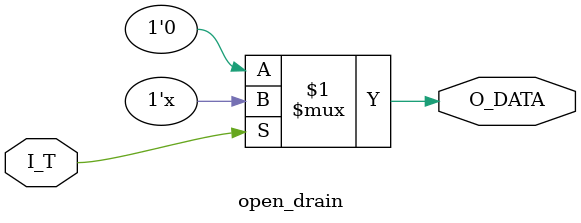
<source format=sv>

module open_drain ( input I_T,
                    output O_DATA);
						  
    assign O_DATA = I_T ? 1'bz : 1'b0;
	 
endmodule
</source>
